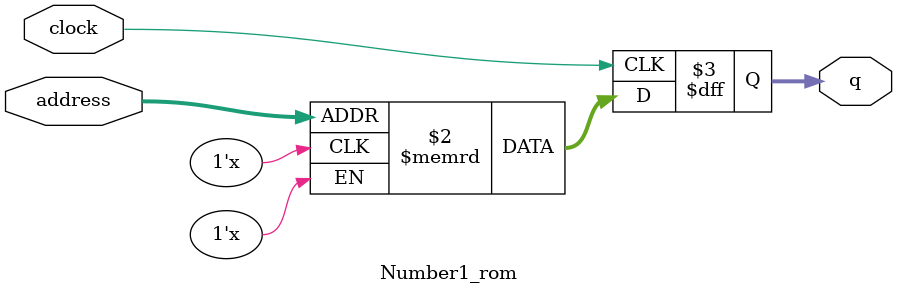
<source format=sv>
module Number1_rom (
	input logic clock,
	input logic [11:0] address,
	output logic [1:0] q
);

logic [1:0] memory [0:2499] /* synthesis ram_init_file = "./Number1/Number1.COE" */;

always_ff @ (posedge clock) begin
	q <= memory[address];
end

endmodule

</source>
